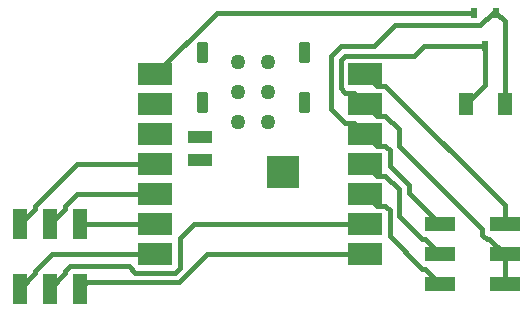
<source format=gbr>
G04 EAGLE Gerber RS-274X export*
G75*
%MOMM*%
%FSLAX34Y34*%
%LPD*%
%INTop Copper*%
%IPPOS*%
%AMOC8*
5,1,8,0,0,1.08239X$1,22.5*%
G01*
G04 Define Apertures*
%ADD10R,1.270000X1.905000*%
%ADD11R,0.600000X0.900000*%
%ADD12R,2.921000X1.905000*%
%ADD13R,2.032000X1.016000*%
%ADD14C,1.270000*%
%ADD15C,0.444500*%
%ADD16R,2.794000X2.794000*%
%ADD17R,1.270000X2.540000*%
%ADD18R,2.540000X1.270000*%
%ADD19C,0.406400*%
D10*
X829310Y304800D03*
X796290Y304800D03*
D11*
X822300Y382300D03*
X803300Y382300D03*
X812800Y354300D03*
D12*
X533400Y330200D03*
X533400Y304800D03*
X533400Y279400D03*
X533400Y254000D03*
X533400Y228600D03*
X533400Y203200D03*
X533400Y177800D03*
X711200Y177800D03*
X711200Y203200D03*
X711200Y228600D03*
X711200Y254000D03*
X711200Y279400D03*
X711200Y304800D03*
X711200Y330200D03*
D13*
X571500Y276860D03*
X571500Y257810D03*
D14*
X603250Y340360D03*
X603250Y314960D03*
X603250Y289560D03*
X628650Y289560D03*
X628650Y314960D03*
X628650Y340360D03*
D15*
X575247Y355410D02*
X570801Y355410D01*
X575247Y355410D02*
X575247Y342074D01*
X570801Y342074D01*
X570801Y355410D01*
X570801Y346297D02*
X575247Y346297D01*
X575247Y350520D02*
X570801Y350520D01*
X570801Y354743D02*
X575247Y354743D01*
X575247Y313500D02*
X570801Y313500D01*
X575247Y313500D02*
X575247Y300164D01*
X570801Y300164D01*
X570801Y313500D01*
X570801Y304387D02*
X575247Y304387D01*
X575247Y308610D02*
X570801Y308610D01*
X570801Y312833D02*
X575247Y312833D01*
X657161Y313500D02*
X661607Y313500D01*
X661607Y300164D01*
X657161Y300164D01*
X657161Y313500D01*
X657161Y304387D02*
X661607Y304387D01*
X661607Y308610D02*
X657161Y308610D01*
X657161Y312833D02*
X661607Y312833D01*
X661607Y355410D02*
X657161Y355410D01*
X661607Y355410D02*
X661607Y342074D01*
X657161Y342074D01*
X657161Y355410D01*
X657161Y346297D02*
X661607Y346297D01*
X661607Y350520D02*
X657161Y350520D01*
X657161Y354743D02*
X661607Y354743D01*
D16*
X641350Y247650D03*
D17*
X469900Y203200D03*
X444500Y203200D03*
X419100Y203200D03*
X469900Y148600D03*
X444500Y148600D03*
X419100Y148600D03*
D18*
X774700Y203200D03*
X774700Y177800D03*
X774700Y152400D03*
X829300Y203200D03*
X829300Y177800D03*
X829300Y152400D03*
D19*
X829300Y177800D01*
X816346Y190754D01*
X814075Y190754D01*
X810504Y194325D01*
X728330Y295021D02*
X720979Y295021D01*
X711200Y304800D01*
X740029Y269417D02*
X810504Y198942D01*
X740029Y269417D02*
X740029Y283322D01*
X810504Y198942D02*
X810504Y194325D01*
X740029Y283322D02*
X728330Y295021D01*
X796290Y304800D02*
X812800Y321310D01*
X812800Y354300D01*
X760700Y354300D01*
X694070Y345821D02*
X690499Y342250D01*
X690499Y318150D01*
X694070Y314579D01*
X752221Y345821D02*
X760700Y354300D01*
X701421Y314579D02*
X694070Y314579D01*
X701421Y314579D02*
X711200Y304800D01*
X694070Y345821D02*
X752221Y345821D01*
X748157Y229743D02*
X774700Y203200D01*
X748157Y229743D02*
X748157Y235889D01*
X731901Y252145D01*
X731901Y266050D01*
X728330Y269621D01*
X720979Y269621D01*
X711200Y279400D01*
X701421Y289179D01*
X694070Y289179D01*
X682371Y300878D01*
X682371Y345617D01*
X690703Y353949D01*
X718820Y353949D01*
X819421Y382300D02*
X822300Y382300D01*
X819421Y382300D02*
X808825Y371704D01*
X736575Y371704D02*
X718820Y353949D01*
X736575Y371704D02*
X808825Y371704D01*
X822300Y382300D02*
X829310Y375290D01*
X829310Y304800D01*
X720979Y320421D02*
X711200Y330200D01*
X720979Y320421D02*
X728330Y320421D01*
X829300Y219451D01*
X829300Y203200D01*
X457454Y216154D02*
X444500Y203200D01*
X457454Y216154D02*
X457454Y218425D01*
X467629Y228600D01*
X533400Y228600D01*
X432054Y216154D02*
X419100Y203200D01*
X432054Y216154D02*
X432054Y218425D01*
X467629Y254000D01*
X533400Y254000D01*
X432054Y161554D02*
X419100Y148600D01*
X432054Y161554D02*
X432054Y163825D01*
X446029Y177800D01*
X533400Y177800D01*
X457454Y161554D02*
X444500Y148600D01*
X457454Y161554D02*
X457454Y163825D01*
X461025Y167396D01*
X554101Y191150D02*
X566151Y203200D01*
X711200Y203200D01*
X550530Y162179D02*
X516270Y162179D01*
X550530Y162179D02*
X554101Y165750D01*
X554101Y191150D01*
X516270Y162179D02*
X511053Y167396D01*
X461025Y167396D01*
X761746Y165354D02*
X774700Y152400D01*
X761746Y165354D02*
X759475Y165354D01*
X731901Y215250D02*
X728330Y218821D01*
X720979Y218821D01*
X711200Y228600D01*
X731901Y192928D02*
X759475Y165354D01*
X731901Y192928D02*
X731901Y215250D01*
X533400Y203200D02*
X469900Y203200D01*
X585500Y382300D02*
X803300Y382300D01*
X585500Y382300D02*
X533400Y330200D01*
X577646Y177800D02*
X711200Y177800D01*
X577646Y177800D02*
X553897Y154051D01*
X475351Y154051D02*
X469900Y148600D01*
X475351Y154051D02*
X553897Y154051D01*
X761746Y190754D02*
X774700Y177800D01*
X761746Y190754D02*
X759475Y190754D01*
X728330Y244221D02*
X720979Y244221D01*
X711200Y254000D01*
X740029Y210200D02*
X759475Y190754D01*
X740029Y210200D02*
X740029Y232522D01*
X728330Y244221D01*
M02*

</source>
